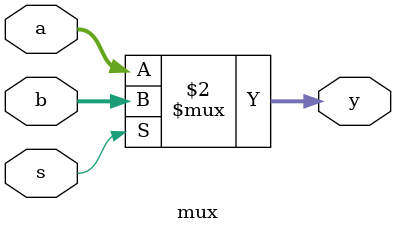
<source format=v>
module mux (a,b,s,y);
input s;
input [1:0] a,b;
output[1:0] y;
assign y= (s==1'b0)? a:b;
endmodule
</source>
